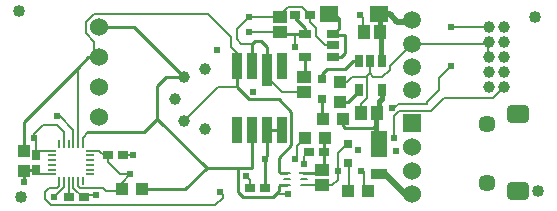
<source format=gbl>
%FSLAX25Y25*%
%MOIN*%
G70*
G01*
G75*
G04 Layer_Physical_Order=4*
G04 Layer_Color=16711680*
%ADD10R,0.02756X0.03543*%
%ADD11C,0.04000*%
%ADD12R,0.20276X0.20276*%
%ADD13O,0.02756X0.00787*%
%ADD14O,0.00787X0.02756*%
%ADD15R,0.02953X0.05512*%
%ADD16R,0.02008X0.01575*%
%ADD17R,0.05906X0.05118*%
%ADD18R,0.03543X0.02756*%
%ADD19R,0.03937X0.04331*%
%ADD20R,0.05118X0.05079*%
%ADD21R,0.05512X0.05079*%
%ADD22R,0.06614X0.03150*%
%ADD23R,0.05906X0.06693*%
%ADD24R,0.06693X0.05906*%
%ADD25R,0.05709X0.06299*%
%ADD26R,0.07480X0.03937*%
%ADD27R,0.05315X0.01575*%
%ADD28C,0.00800*%
%ADD29C,0.05906*%
%ADD30C,0.03937*%
%ADD31C,0.06000*%
%ADD32C,0.05709*%
G04:AMPARAMS|DCode=33|XSize=59.06mil|YSize=74.8mil|CornerRadius=14.76mil|HoleSize=0mil|Usage=FLASHONLY|Rotation=90.000|XOffset=0mil|YOffset=0mil|HoleType=Round|Shape=RoundedRectangle|*
%AMROUNDEDRECTD33*
21,1,0.05906,0.04528,0,0,90.0*
21,1,0.02953,0.07480,0,0,90.0*
1,1,0.02953,0.02264,0.01476*
1,1,0.02953,0.02264,-0.01476*
1,1,0.02953,-0.02264,-0.01476*
1,1,0.02953,-0.02264,0.01476*
%
%ADD33ROUNDEDRECTD33*%
%ADD34R,0.06000X0.06000*%
%ADD35C,0.02400*%
%ADD36C,0.04000*%
%ADD37C,0.07543*%
G04:AMPARAMS|DCode=38|XSize=79.685mil|YSize=79.685mil|CornerRadius=0mil|HoleSize=0mil|Usage=FLASHONLY|Rotation=0.000|XOffset=0mil|YOffset=0mil|HoleType=Round|Shape=Relief|Width=10mil|Gap=10mil|Entries=4|*
%AMTHD38*
7,0,0,0.07969,0.05969,0.01000,45*
%
%ADD38THD38*%
%ADD39C,0.05969*%
G04:AMPARAMS|DCode=40|XSize=90mil|YSize=90mil|CornerRadius=0mil|HoleSize=0mil|Usage=FLASHONLY|Rotation=0.000|XOffset=0mil|YOffset=0mil|HoleType=Round|Shape=Relief|Width=10mil|Gap=10mil|Entries=4|*
%AMTHD40*
7,0,0,0.09000,0.07000,0.01000,45*
%
%ADD40THD40*%
%ADD41C,0.07000*%
%ADD42C,0.06559*%
G04:AMPARAMS|DCode=43|XSize=95.433mil|YSize=95.433mil|CornerRadius=0mil|HoleSize=0mil|Usage=FLASHONLY|Rotation=0.000|XOffset=0mil|YOffset=0mil|HoleType=Round|Shape=Relief|Width=10mil|Gap=10mil|Entries=4|*
%AMTHD43*
7,0,0,0.09543,0.07543,0.01000,45*
%
%ADD43THD43*%
%ADD44C,0.07347*%
%ADD45O,0.09118X0.05969*%
%ADD46C,0.05200*%
G04:AMPARAMS|DCode=47|XSize=72mil|YSize=72mil|CornerRadius=0mil|HoleSize=0mil|Usage=FLASHONLY|Rotation=0.000|XOffset=0mil|YOffset=0mil|HoleType=Round|Shape=Relief|Width=10mil|Gap=10mil|Entries=4|*
%AMTHD47*
7,0,0,0.07200,0.05200,0.01000,45*
%
%ADD47THD47*%
%ADD48R,0.05000X0.04000*%
%ADD49R,0.04331X0.02559*%
%ADD50R,0.05906X0.05512*%
%ADD51R,0.04000X0.05000*%
%ADD52R,0.05512X0.03543*%
%ADD53R,0.05512X0.08661*%
%ADD54R,0.02559X0.04331*%
%ADD55R,0.04331X0.03937*%
G04:AMPARAMS|DCode=56|XSize=9.84mil|YSize=23.62mil|CornerRadius=2.46mil|HoleSize=0mil|Usage=FLASHONLY|Rotation=90.000|XOffset=0mil|YOffset=0mil|HoleType=Round|Shape=RoundedRectangle|*
%AMROUNDEDRECTD56*
21,1,0.00984,0.01870,0,0,90.0*
21,1,0.00492,0.02362,0,0,90.0*
1,1,0.00492,0.00935,0.00246*
1,1,0.00492,0.00935,-0.00246*
1,1,0.00492,-0.00935,-0.00246*
1,1,0.00492,-0.00935,0.00246*
%
%ADD56ROUNDEDRECTD56*%
G04:AMPARAMS|DCode=57|XSize=9.84mil|YSize=29.53mil|CornerRadius=2.46mil|HoleSize=0mil|Usage=FLASHONLY|Rotation=90.000|XOffset=0mil|YOffset=0mil|HoleType=Round|Shape=RoundedRectangle|*
%AMROUNDEDRECTD57*
21,1,0.00984,0.02461,0,0,90.0*
21,1,0.00492,0.02953,0,0,90.0*
1,1,0.00492,0.01230,0.00246*
1,1,0.00492,0.01230,-0.00246*
1,1,0.00492,-0.01230,-0.00246*
1,1,0.00492,-0.01230,0.00246*
%
%ADD57ROUNDEDRECTD57*%
%ADD58R,0.00787X0.02559*%
%ADD59R,0.02559X0.00787*%
%ADD60R,0.03150X0.03150*%
%ADD61R,0.03543X0.08858*%
%ADD62R,0.03543X0.11024*%
%ADD63C,0.01000*%
%ADD64C,0.02000*%
%ADD65C,0.01500*%
D10*
X8500Y13941D02*
D03*
Y19059D02*
D03*
D11*
X176000Y7000D02*
D03*
X175000Y65000D02*
D03*
X3500Y5000D02*
D03*
X3000Y67000D02*
D03*
D18*
X94941Y65500D02*
D03*
X100059D02*
D03*
X104559Y20000D02*
D03*
X99441D02*
D03*
X32441Y19000D02*
D03*
X37559D02*
D03*
X24659Y5000D02*
D03*
X19541D02*
D03*
X85059Y8000D02*
D03*
X79941D02*
D03*
D19*
X110000Y43347D02*
D03*
Y36654D02*
D03*
X4500Y20346D02*
D03*
Y13654D02*
D03*
D28*
X24659Y5500D02*
X28500D01*
X24120Y5000D02*
X24659D01*
X21016Y8104D02*
X24120Y5000D01*
X21016Y8104D02*
Y10299D01*
X70000Y6800D02*
X70800Y6000D01*
Y4800D02*
Y6000D01*
X68400Y2400D02*
X70800Y4800D01*
X23100Y8000D02*
X31000D01*
X22591Y8509D02*
X23100Y8000D01*
X22591Y8509D02*
Y10299D01*
X95000Y55000D02*
Y59240D01*
X69157Y41500D02*
X75500D01*
X57913Y30256D02*
X69157Y41500D01*
X28000Y51500D02*
Y56778D01*
X75500Y48500D02*
Y53154D01*
X73700Y54954D02*
X75500Y53154D01*
X73700Y54954D02*
Y58300D01*
X66000Y66000D02*
X73700Y58300D01*
X27777Y66000D02*
X66000D01*
X25100Y63323D02*
X27777Y66000D01*
X25100Y59677D02*
Y63323D01*
Y59677D02*
X28000Y56778D01*
Y51500D02*
X29500D01*
X97835Y9031D02*
X103818D01*
X147000Y61500D02*
X159500D01*
X143000Y44500D02*
X147000Y48500D01*
X143000Y40500D02*
Y44500D01*
X139000Y36500D02*
X143000Y40500D01*
X139000Y36000D02*
Y36500D01*
X129500Y36000D02*
X139000D01*
X129004Y35504D02*
X129500Y36000D01*
X128958Y35504D02*
X129004D01*
X127954Y34500D02*
X128958Y35504D01*
X127000Y34500D02*
X127954D01*
X140204Y33704D02*
X144500Y38000D01*
X129704Y33704D02*
X140204D01*
X144500Y38000D02*
X161000D01*
X128000Y32000D02*
X129704Y33704D01*
X118939Y45439D02*
X119750Y46250D01*
X118500Y45000D02*
X118939Y45439D01*
X116850Y33000D02*
Y35941D01*
X118939Y38030D02*
Y45439D01*
X116850Y35941D02*
X118939Y38030D01*
X128000Y24500D02*
Y32000D01*
X90000Y65150D02*
Y65689D01*
X92589Y68278D01*
X97293D01*
X100059Y65512D01*
Y65500D02*
Y65512D01*
Y63222D02*
Y65500D01*
Y63222D02*
X101841Y61441D01*
Y58659D02*
Y61441D01*
Y58659D02*
X105000Y55500D01*
X107724D01*
X119750Y46250D02*
Y49975D01*
Y46250D02*
X121000Y45000D01*
X123941D01*
X126420Y47479D01*
Y48546D01*
X134000Y56126D01*
X112248Y22748D02*
X112500D01*
X109200Y19700D02*
X112248Y22748D01*
X109200Y13713D02*
Y19700D01*
X95000Y17500D02*
X95632Y18132D01*
Y21979D01*
X98154Y24500D01*
X98000Y18559D02*
X99441Y20000D01*
X98000Y16000D02*
Y18559D01*
X78500Y12000D02*
X79941Y10559D01*
Y8000D02*
Y10559D01*
X75500Y61000D02*
X79500Y65000D01*
X75500Y57500D02*
Y61000D01*
Y57500D02*
X77000Y56000D01*
X80500D01*
X79500Y65000D02*
X79650Y65150D01*
X90000D01*
X79500Y60000D02*
X79650Y59850D01*
X90000D01*
X85539Y44961D02*
Y47417D01*
Y44961D02*
X90650Y39850D01*
X98000D01*
X114000Y45000D02*
X118500D01*
X112346Y43347D02*
X114000Y45000D01*
X110000Y43347D02*
X112346D01*
X116500Y65500D02*
X117415Y64585D01*
Y60435D02*
Y64585D01*
Y60435D02*
X117850Y60000D01*
X161000Y38000D02*
X164500Y41500D01*
X159126Y51874D02*
Y56126D01*
X134000D02*
X159126D01*
X22591Y22701D02*
Y48091D01*
X24165Y22701D02*
Y24665D01*
X26000Y26500D01*
X26429Y20437D02*
X29563D01*
X31441Y18559D01*
X9878Y12563D02*
X14028D01*
X9878Y20437D02*
X14028D01*
X8500Y19059D02*
X9878Y20437D01*
X19441Y6500D02*
Y10299D01*
X19441Y6500D02*
X19441Y6500D01*
X31000Y8000D02*
X32000Y7000D01*
X16291Y8791D02*
Y10299D01*
X15500Y8000D02*
X16291Y8791D01*
X17866Y8366D02*
Y10299D01*
X14500Y5000D02*
X17866Y8366D01*
Y22701D02*
Y26634D01*
X15500Y29000D02*
X17866Y26634D01*
X21016Y22701D02*
Y27484D01*
X16500Y32000D02*
X21016Y27484D01*
X11000Y29000D02*
X15500D01*
Y32000D02*
X16500D01*
X19441Y5500D02*
Y6500D01*
X37154Y7500D02*
Y9654D01*
X40000Y12500D01*
X32000Y7000D02*
X36654D01*
X32500Y16500D02*
Y18559D01*
Y16500D02*
X36500Y12500D01*
X40000D01*
X37559Y19000D02*
X41000D01*
X8000Y26000D02*
X11000Y29000D01*
X8000Y24500D02*
Y26000D01*
X8500Y19059D02*
Y24000D01*
X8000Y24500D02*
X8500Y24000D01*
X88622Y6000D02*
X92500D01*
X88561Y6061D02*
X88622Y6000D01*
X118000Y9000D02*
Y13500D01*
X113000Y9000D02*
Y16252D01*
X104000Y8850D02*
X107350D01*
X109200Y10700D01*
Y13713D01*
X13423Y2400D02*
X68400D01*
X11500Y4323D02*
X13423Y2400D01*
X11500Y4323D02*
Y6500D01*
X13000Y8000D01*
X15500D01*
D29*
X134000Y40563D02*
D03*
Y48374D02*
D03*
Y63937D02*
D03*
Y56126D02*
D03*
D30*
X65000Y27500D02*
D03*
X55000Y37500D02*
D03*
X65000Y47500D02*
D03*
X57913Y30256D02*
D03*
Y44823D02*
D03*
X164500Y41500D02*
D03*
Y46500D02*
D03*
Y51500D02*
D03*
Y56500D02*
D03*
Y61500D02*
D03*
X159500D02*
D03*
Y56500D02*
D03*
Y51500D02*
D03*
Y46500D02*
D03*
Y41500D02*
D03*
D31*
X29500Y31500D02*
D03*
Y41500D02*
D03*
Y51500D02*
D03*
Y61500D02*
D03*
X134000Y21626D02*
D03*
Y13752D02*
D03*
Y5878D02*
D03*
D32*
X158882Y9657D02*
D03*
X158882Y29343D02*
D03*
D33*
X169118Y32492D02*
D03*
Y6902D02*
D03*
D34*
X134000Y29500D02*
D03*
D35*
X70000Y6800D02*
D03*
X95000Y55000D02*
D03*
X85000Y17500D02*
D03*
X147000Y48500D02*
D03*
Y61500D02*
D03*
X128500Y20200D02*
D03*
X127300Y34500D02*
D03*
X128000Y24500D02*
D03*
X116000Y20500D02*
D03*
X78500Y12000D02*
D03*
X95000Y17500D02*
D03*
X98000Y16000D02*
D03*
X79500Y60000D02*
D03*
Y65000D02*
D03*
X109200Y13713D02*
D03*
X116500Y65500D02*
D03*
X15500Y32000D02*
D03*
X14500Y5000D02*
D03*
X28500Y5500D02*
D03*
X40000Y12500D02*
D03*
X4500Y10000D02*
D03*
X8000Y24500D02*
D03*
X41000Y19000D02*
D03*
X92500Y6000D02*
D03*
X117000Y13500D02*
D03*
X69000Y54000D02*
D03*
X81000Y40000D02*
D03*
D48*
X90000Y65150D02*
D03*
Y59850D02*
D03*
X98000Y39850D02*
D03*
Y45150D02*
D03*
X104000Y8850D02*
D03*
Y14150D02*
D03*
D49*
X107724Y59240D02*
D03*
Y55500D02*
D03*
Y51760D02*
D03*
X98276D02*
D03*
Y59240D02*
D03*
D50*
X122768Y66000D02*
D03*
X106232D02*
D03*
D51*
X116850Y33000D02*
D03*
X122150D02*
D03*
X117850Y60000D02*
D03*
X123150D02*
D03*
D52*
X123000Y12504D02*
D03*
D53*
Y22543D02*
D03*
D54*
X116260Y50225D02*
D03*
X120000D02*
D03*
X123740D02*
D03*
Y40776D02*
D03*
X116260D02*
D03*
D55*
X37154Y7500D02*
D03*
X43846D02*
D03*
X110846Y31000D02*
D03*
X104154D02*
D03*
X98154Y24500D02*
D03*
X104847D02*
D03*
X119346Y7000D02*
D03*
X112654D02*
D03*
D56*
X92165Y12968D02*
D03*
Y11000D02*
D03*
Y9031D02*
D03*
X97835D02*
D03*
Y11000D02*
D03*
D57*
X97638Y12968D02*
D03*
D58*
X24165Y22701D02*
D03*
X22591D02*
D03*
X21016D02*
D03*
X19441D02*
D03*
X17866D02*
D03*
X16291D02*
D03*
Y10299D02*
D03*
X17866D02*
D03*
X19441D02*
D03*
X21016D02*
D03*
X22591D02*
D03*
X24165D02*
D03*
D59*
X14028Y20437D02*
D03*
Y18862D02*
D03*
Y17288D02*
D03*
Y15713D02*
D03*
Y14138D02*
D03*
Y12563D02*
D03*
X26429D02*
D03*
Y14138D02*
D03*
Y15713D02*
D03*
Y17288D02*
D03*
Y18862D02*
D03*
Y20437D02*
D03*
D60*
X112500Y22748D02*
D03*
Y16252D02*
D03*
X104000Y44248D02*
D03*
Y37752D02*
D03*
D61*
X75500Y48500D02*
D03*
X80421D02*
D03*
X90461D02*
D03*
X75500Y27437D02*
D03*
X80421D02*
D03*
X85539D02*
D03*
X90461D02*
D03*
D62*
X85539Y47417D02*
D03*
D63*
X95000Y59240D02*
X98276D01*
X90610D02*
X95000D01*
X26000Y51500D02*
X28000D01*
X105232Y66000D02*
X108000D01*
X109500Y64500D01*
Y61016D02*
Y64500D01*
X107724Y59240D02*
X109500Y61016D01*
X107724Y51760D02*
X110260D01*
X111500Y53000D01*
Y59000D01*
X107965D02*
X111500D01*
X107724Y59240D02*
X107965Y59000D01*
X98276Y59240D02*
Y61225D01*
X94941Y64559D02*
X98276Y61225D01*
X94941Y64559D02*
Y65500D01*
X98276Y45426D02*
Y51760D01*
X104000Y44248D02*
Y46000D01*
X105500Y47500D01*
X111500D01*
X114224Y50225D01*
X116260D01*
X122150Y33000D02*
X123000Y33850D01*
X110000Y36654D02*
X112654D01*
X116260Y40260D01*
Y40776D01*
X104000Y31154D02*
Y37752D01*
X104559Y20000D02*
Y24713D01*
X110846Y28654D02*
Y31000D01*
Y28654D02*
X111500Y28000D01*
X121000D01*
X122000Y20543D02*
X122150Y20693D01*
X121000Y28000D02*
X122000Y29000D01*
X122150Y29150D01*
X122000Y20543D02*
Y29000D01*
X121768Y66000D02*
X123150Y64618D01*
X104500Y14650D02*
Y19941D01*
X97638Y12968D02*
X102819D01*
X90031D02*
X92165D01*
X89500Y13500D02*
X90031Y12968D01*
X89500Y13500D02*
Y18154D01*
X93732Y22387D01*
Y33366D01*
X89598Y37500D02*
X93732Y33366D01*
X79500Y37500D02*
X89598D01*
X75500Y41500D02*
X79500Y37500D01*
X75500Y41500D02*
Y48500D01*
X57913Y30256D02*
X58256D01*
X51823Y44823D02*
X57913D01*
X49000Y42000D02*
X51823Y44823D01*
X49000Y31000D02*
Y42000D01*
Y31000D02*
X65421Y14579D01*
X26000Y26500D02*
X44500D01*
X49000Y31000D01*
X29500Y61500D02*
X41236D01*
X57913Y44823D01*
X4500Y20346D02*
Y30000D01*
X22591Y48091D01*
X26000Y51500D01*
X43846Y7500D02*
X58342D01*
X65421Y14579D01*
X31441Y18559D02*
X32500D01*
X4787Y13941D02*
X8500D01*
X4500Y10000D02*
Y13654D01*
X85539Y47417D02*
Y54961D01*
X83500Y57000D02*
X85539Y54961D01*
X80421Y48500D02*
X80500Y48579D01*
Y56000D01*
X81500Y57000D01*
X83500D01*
X85539Y27437D02*
X90461D01*
X85539Y18539D02*
Y27437D01*
X85059Y18059D02*
X85539Y18539D01*
X80421Y14579D02*
Y27437D01*
X85059Y8000D02*
Y18059D01*
X90031Y9031D02*
X92165D01*
X89500Y8500D02*
X90031Y9031D01*
X89500Y7000D02*
Y8500D01*
X77548Y5122D02*
X87622D01*
X76000Y6670D02*
X77548Y5122D01*
X76000Y6670D02*
Y14579D01*
X65421D02*
X76000D01*
X80421D01*
X87622Y5122D02*
X88561Y6061D01*
X89500Y7000D01*
D64*
X124996Y12504D02*
X131622Y5878D01*
X133000D01*
X129063Y63437D02*
X133000D01*
X126500Y66000D02*
X129063Y63437D01*
X121768Y66000D02*
X126500D01*
X122000Y12504D02*
X124996D01*
D65*
X123740Y37760D02*
Y40776D01*
X123000Y37020D02*
X123740Y37760D01*
X123000Y33850D02*
Y37020D01*
X122000Y20154D02*
Y28610D01*
X122000Y29000D02*
Y32850D01*
X123150Y60000D02*
Y64618D01*
X123650Y50815D02*
Y60000D01*
M02*

</source>
